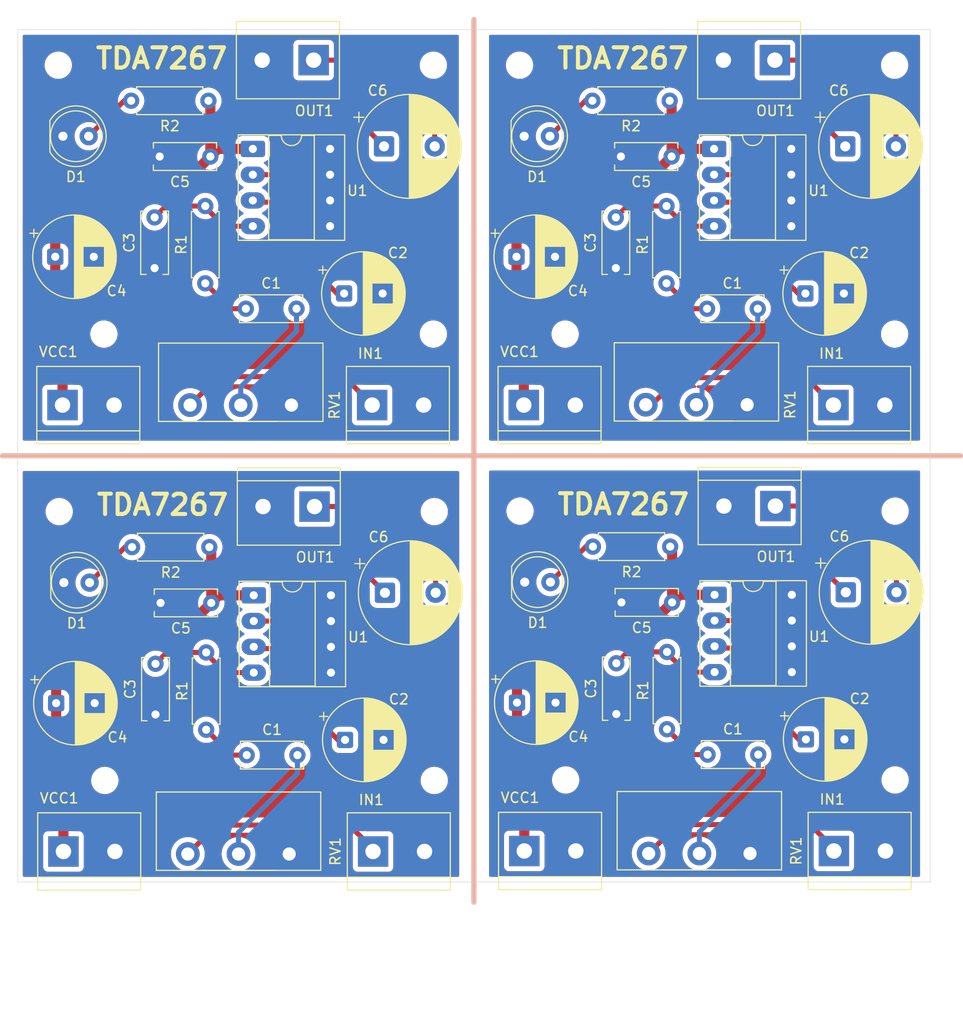
<source format=kicad_pcb>
(kicad_pcb (version 20241229) (generator "pcbnew") (generator_version "9.0")
  (layers (0 "F.Cu" signal) (2 "B.Cu" signal) (13 "F.Paste" user) (15 "B.Paste" user) (5 "F.SilkS" user "F.Silkscreen") (7 "B.SilkS" user "B.Silkscreen") (1 "F.Mask" user) (3 "B.Mask" user) (25 "Edge.Cuts" user))
  (net 0 "")
  (net 1 "Net-(C1-Pad2)")
  (net 2 "Net-(C1-Pad1)")
  (net 3 "GND")
  (net 4 "Net-(U1-SRV)")
  (net 5 "Net-(U1-In)")
  (net 6 "Net-(U1-V+)")
  (net 7 "Net-(U1-Out)")
  (net 8 "Net-(OUT1-Pin_1)")
  (net 9 "Net-(D1-A)")
  (net 10 "Net-(IN1-Pin_1)")
  (footprint "Capacitor_THT:C_Disc_D6.0mm_W2.5mm_P5.00mm" (layer "F.Cu") (at 113.089408 127.5 90)
    (property "Reference" "C3" (at 2.5 -2.5 90) (layer "F.SilkS"))
    (property "Value" "470pF")
    (pad "1" thru_hole circle (at 0 0 90) (size 1.6 1.6) (drill 0.8) (layers "*.Cu" "*.Mask") (net 3 "GND"))
    (pad "2" thru_hole circle (at 5 0 90) (size 1.6 1.6) (drill 0.8) (layers "*.Cu" "*.Mask") (net 5 "Net-(U1-In)"))
  )
  (footprint "TerminalBlock:TerminalBlock_bornier-2_P5.08mm" (layer "F.Cu") (at 134.549408 141)
    (property "Reference" "IN1" (at -0.17 -5.08 0) (layer "F.SilkS"))
    (property "Value" "Conn_01x02_Pin")
    (pad "1" thru_hole rect (at 0 0) (size 3 3) (drill 1.52) (layers "*.Cu" "*.Mask") (net 10 "Net-(IN1-Pin_1)"))
    (pad "2" thru_hole circle (at 5.08 0) (size 3 3) (drill 1.52) (layers "*.Cu" "*.Mask") (net 3 "GND"))
  )
  (footprint "Capacitor_THT:CP_Radial_D8.0mm_P3.80mm" (layer "F.Cu") (at 103.289408 126.38)
    (property "Reference" "C4" (at 6.05 3.37 0) (layer "F.SilkS"))
    (property "Value" "100uF")
    (pad "1" thru_hole roundrect (at 0 0) (size 1.6 1.6) (drill 0.8) (layers "*.Cu" "*.Mask") (roundrect_rratio 0.15625) (net 6 "Net-(U1-V+)"))
    (pad "2" thru_hole circle (at 3.8 0) (size 1.6 1.6) (drill 0.8) (layers "*.Cu" "*.Mask") (net 3 "GND"))
  )
  (footprint "TerminalBlock:TerminalBlock_bornier-2_P5.08mm" (layer "F.Cu") (at 104.009408 141)
    (property "Reference" "VCC1" (at -0.42 -5.25 0) (layer "F.SilkS"))
    (property "Value" "Conn_01x02_Pin")
    (pad "1" thru_hole rect (at 0 0) (size 3 3) (drill 1.52) (layers "*.Cu" "*.Mask") (net 6 "Net-(U1-V+)"))
    (pad "2" thru_hole circle (at 5.08 0) (size 3 3) (drill 1.52) (layers "*.Cu" "*.Mask") (net 3 "GND"))
  )
  (footprint "TerminalBlock:TerminalBlock_bornier-2_P5.08mm" (layer "F.Cu") (at 128.69 63 180)
    (property "Reference" "OUT1" (at -0.06 -5 0) (layer "F.SilkS"))
    (property "Value" "Conn_01x02_Pin")
    (pad "1" thru_hole rect (at 0 0 180) (size 3 3) (drill 1.52) (layers "*.Cu" "*.Mask") (net 8 "Net-(OUT1-Pin_1)"))
    (pad "2" thru_hole circle (at 5.08 0 180) (size 3 3) (drill 1.52) (layers "*.Cu" "*.Mask") (net 3 "GND"))
  )
  (footprint "Capacitor_THT:C_Disc_D6.0mm_W2.5mm_P5.00mm" (layer "F.Cu") (at 172.5 87.5 180)
    (property "Reference" "C1" (at 2.5 2.5 0) (layer "F.SilkS"))
    (property "Value" "1uF")
    (pad "1" thru_hole circle (at 0 0 180) (size 1.6 1.6) (drill 0.8) (layers "*.Cu" "*.Mask") (net 2 "Net-(C1-Pad1)"))
    (pad "2" thru_hole circle (at 5 0 180) (size 1.6 1.6) (drill 0.8) (layers "*.Cu" "*.Mask") (net 1 "Net-(C1-Pad2)"))
  )
  (footprint "TerminalBlock:TerminalBlock_bornier-2_P5.08mm" (layer "F.Cu") (at 149.42 97)
    (property "Reference" "VCC1" (at -0.42 -5.25 0) (layer "F.SilkS"))
    (property "Value" "Conn_01x02_Pin")
    (pad "1" thru_hole rect (at 0 0) (size 3 3) (drill 1.52) (layers "*.Cu" "*.Mask") (net 6 "Net-(U1-V+)"))
    (pad "2" thru_hole circle (at 5.08 0) (size 3 3) (drill 1.52) (layers "*.Cu" "*.Mask") (net 3 "GND"))
  )
  (footprint "Potentiometer_THT:Potentiometer_Piher_T-16H_Single_Horizontal" (layer "F.Cu") (at 116.27711 141.25 -90)
    (property "Reference" "RV1" (at -0.25 -14.562298 90) (layer "F.SilkS"))
    (property "Value" "R_Potentiometer")
    (pad "1" thru_hole circle (at 0 0 270) (size 2.34 2.34) (drill 1.3) (layers "*.Cu" "*.Mask") (net 10 "Net-(IN1-Pin_1)"))
    (pad "2" thru_hole circle (at 0 -5 270) (size 2.34 2.34) (drill 1.3) (layers "*.Cu" "*.Mask") (net 2 "Net-(C1-Pad1)"))
    (pad "3" thru_hole circle (at 0 -10 270) (size 2.34 2.34) (drill 1.3) (layers "*.Cu" "*.Mask") (net 3 "GND"))
  )
  (footprint "LED_THT:LED_D5.0mm" (layer "F.Cu") (at 149.46 70.5)
    (property "Reference" "D1" (at 1.27 4 0) (layer "F.SilkS"))
    (property "Value" "LED")
    (pad "1" thru_hole rect (at 0 0) (size 1.8 1.8) (drill 0.9) (layers "*.Cu" "*.Mask") (net 3 "GND"))
    (pad "2" thru_hole circle (at 2.54 0) (size 1.8 1.8) (drill 0.9) (layers "*.Cu" "*.Mask") (net 9 "Net-(D1-A)"))
  )
  (footprint "TerminalBlock:TerminalBlock_bornier-2_P5.08mm" (layer "F.Cu") (at 180.01 140.95)
    (property "Reference" "IN1" (at -0.17 -5.08 0) (layer "F.SilkS"))
    (property "Value" "Conn_01x02_Pin")
    (pad "1" thru_hole rect (at 0 0) (size 3 3) (drill 1.52) (layers "*.Cu" "*.Mask") (net 10 "Net-(IN1-Pin_1)"))
    (pad "2" thru_hole circle (at 5.08 0) (size 3 3) (drill 1.52) (layers "*.Cu" "*.Mask") (net 3 "GND"))
  )
  (footprint "Capacitor_THT:CP_Radial_D8.0mm_P3.80mm" (layer "F.Cu") (at 148.75 126.33)
    (property "Reference" "C4" (at 6.05 3.37 0) (layer "F.SilkS"))
    (property "Value" "100uF")
    (pad "1" thru_hole roundrect (at 0 0) (size 1.6 1.6) (drill 0.8) (layers "*.Cu" "*.Mask") (roundrect_rratio 0.15625) (net 6 "Net-(U1-V+)"))
    (pad "2" thru_hole circle (at 3.8 0) (size 1.6 1.6) (drill 0.8) (layers "*.Cu" "*.Mask") (net 3 "GND"))
  )
  (footprint "TerminalBlock:TerminalBlock_bornier-2_P5.08mm" (layer "F.Cu") (at 103.92 97)
    (property "Reference" "VCC1" (at -0.42 -5.25 0) (layer "F.SilkS"))
    (property "Value" "Conn_01x02_Pin")
    (pad "1" thru_hole rect (at 0 0) (size 3 3) (drill 1.52) (layers "*.Cu" "*.Mask") (net 6 "Net-(U1-V+)"))
    (pad "2" thru_hole circle (at 5.08 0) (size 3 3) (drill 1.52) (layers "*.Cu" "*.Mask") (net 3 "GND"))
  )
  (footprint "Resistor_THT:R_Axial_DIN0207_L6.3mm_D2.5mm_P7.62mm_Horizontal" (layer "F.Cu") (at 110.779408 111)
    (property "Reference" "R2" (at 3.81 2.5 0) (layer "F.SilkS"))
    (property "Value" "1K")
    (pad "1" thru_hole circle (at 0 0) (size 1.6 1.6) (drill 0.8) (layers "*.Cu" "*.Mask") (net 9 "Net-(D1-A)"))
    (pad "2" thru_hole circle (at 7.62 0) (size 1.6 1.6) (drill 0.8) (layers "*.Cu" "*.Mask") (net 6 "Net-(U1-V+)"))
  )
  (footprint "Resistor_THT:R_Axial_DIN0207_L6.3mm_D2.5mm_P7.62mm_Horizontal" (layer "F.Cu") (at 118.089408 129 90)
    (property "Reference" "R1" (at 3.81 -2.37 90) (layer "F.SilkS"))
    (property "Value" "1K")
    (pad "1" thru_hole circle (at 0 0 90) (size 1.6 1.6) (drill 0.8) (layers "*.Cu" "*.Mask") (net 1 "Net-(C1-Pad2)"))
    (pad "2" thru_hole circle (at 7.62 0 90) (size 1.6 1.6) (drill 0.8) (layers "*.Cu" "*.Mask") (net 5 "Net-(U1-In)"))
  )
  (footprint "TerminalBlock:TerminalBlock_bornier-2_P5.08mm" (layer "F.Cu") (at 179.96 97)
    (property "Reference" "IN1" (at -0.17 -5.08 0) (layer "F.SilkS"))
    (property "Value" "Conn_01x02_Pin")
    (pad "1" thru_hole rect (at 0 0) (size 3 3) (drill 1.52) (layers "*.Cu" "*.Mask") (net 10 "Net-(IN1-Pin_1)"))
    (pad "2" thru_hole circle (at 5.08 0) (size 3 3) (drill 1.52) (layers "*.Cu" "*.Mask") (net 3 "GND"))
  )
  (footprint "MountingHole:MountingHole_2.2mm_M2" (layer "F.Cu") (at 108 90)
    (property "Reference" "H3" (hide yes))
    (property "Value" "MountingHole")
    (pad "" np_thru_hole circle (at 0 0) (size 2.2 2.2) (drill 2.2) (layers "*.Cu" "*.Mask"))
  )
  (footprint "TerminalBlock:TerminalBlock_bornier-2_P5.08mm" (layer "F.Cu") (at 174.24 106.95 180)
    (property "Reference" "OUT1" (at -0.06 -5 0) (layer "F.SilkS"))
    (property "Value" "Conn_01x02_Pin")
    (pad "1" thru_hole rect (at 0 0 180) (size 3 3) (drill 1.52) (layers "*.Cu" "*.Mask") (net 8 "Net-(OUT1-Pin_1)"))
    (pad "2" thru_hole circle (at 5.08 0 180) (size 3 3) (drill 1.52) (layers "*.Cu" "*.Mask") (net 3 "GND"))
  )
  (footprint "Package_DIP:DIP-8_W7.62mm_Socket_LongPads" (layer "F.Cu") (at 122.779408 115.75)
    (property "Reference" "U1" (at 10.31 4.12 0) (layer "F.SilkS"))
    (property "Value" "TDA7267")
    (pad "1" thru_hole roundrect (at 0 0) (size 2.4 1.6) (drill 0.8) (layers "*.Cu" "*.Mask") (roundrect_rratio 0.15625) (net 6 "Net-(U1-V+)"))
    (pad "2" thru_hole oval (at 0 2.54) (size 2.4 1.6) (drill 0.8) (layers "*.Cu" "*.Mask") (net 7 "Net-(U1-Out)"))
    (pad "3" thru_hole oval (at 0 5.08) (size 2.4 1.6) (drill 0.8) (layers "*.Cu" "*.Mask") (net 4 "Net-(U1-SRV)"))
    (pad "4" thru_hole oval (at 0 7.62) (size 2.4 1.6) (drill 0.8) (layers "*.Cu" "*.Mask") (net 5 "Net-(U1-In)"))
    (pad "5" thru_hole oval (at 7.62 7.62) (size 2.4 1.6) (drill 0.8) (layers "*.Cu" "*.Mask") (net 3 "GND"))
    (pad "6" thru_hole oval (at 7.62 5.08) (size 2.4 1.6) (drill 0.8) (layers "*.Cu" "*.Mask") (net 3 "GND"))
    (pad "7" thru_hole oval (at 7.62 2.54) (size 2.4 1.6) (drill 0.8) (layers "*.Cu" "*.Mask") (net 3 "GND"))
    (pad "8" thru_hole oval (at 7.62 0) (size 2.4 1.6) (drill 0.8) (layers "*.Cu" "*.Mask") (net 3 "GND"))
  )
  (footprint "Capacitor_THT:CP_Radial_D10.0mm_P5.00mm" (layer "F.Cu") (at 181.132323 71.5)
    (property "Reference" "C6" (at -0.632323 -5.5 0) (layer "F.SilkS"))
    (property "Value" "1000uF")
    (pad "1" thru_hole roundrect (at 0 0) (size 2 2) (drill 1) (layers "*.Cu" "*.Mask") (roundrect_rratio 0.125) (net 7 "Net-(U1-Out)"))
    (pad "2" thru_hole circle (at 5 0) (size 2 2) (drill 1) (layers "*.Cu" "*.Mask") (net 8 "Net-(OUT1-Pin_1)"))
  )
  (footprint "Resistor_THT:R_Axial_DIN0207_L6.3mm_D2.5mm_P7.62mm_Horizontal" (layer "F.Cu") (at 156.19 67)
    (property "Reference" "R2" (at 3.81 2.5 0) (layer "F.SilkS"))
    (property "Value" "1K")
    (pad "1" thru_hole circle (at 0 0) (size 1.6 1.6) (drill 0.8) (layers "*.Cu" "*.Mask") (net 9 "Net-(D1-A)"))
    (pad "2" thru_hole circle (at 7.62 0) (size 1.6 1.6) (drill 0.8) (layers "*.Cu" "*.Mask") (net 6 "Net-(U1-V+)"))
  )
  (footprint "MountingHole:MountingHole_2.2mm_M2" (layer "F.Cu") (at 149.05 107.45)
    (property "Reference" "H1" (hide yes))
    (property "Value" "MountingHole")
    (pad "" np_thru_hole circle (at 0 0) (size 2.2 2.2) (drill 2.2) (layers "*.Cu" "*.Mask"))
  )
  (footprint "LED_THT:LED_D5.0mm" (layer "F.Cu") (at 104.049408 114.5)
    (property "Reference" "D1" (at 1.27 4 0) (layer "F.SilkS"))
    (property "Value" "LED")
    (pad "1" thru_hole rect (at 0 0) (size 1.8 1.8) (drill 0.9) (layers "*.Cu" "*.Mask") (net 3 "GND"))
    (pad "2" thru_hole circle (at 2.54 0) (size 1.8 1.8) (drill 0.9) (layers "*.Cu" "*.Mask") (net 9 "Net-(D1-A)"))
  )
  (footprint "Capacitor_THT:C_Disc_D6.0mm_W2.5mm_P5.00mm" (layer "F.Cu") (at 158.5 83.5 90)
    (property "Reference" "C3" (at 2.5 -2.5 90) (layer "F.SilkS"))
    (property "Value" "470pF")
    (pad "1" thru_hole circle (at 0 0 90) (size 1.6 1.6) (drill 0.8) (layers "*.Cu" "*.Mask") (net 3 "GND"))
    (pad "2" thru_hole circle (at 5 0 90) (size 1.6 1.6) (drill 0.8) (layers "*.Cu" "*.Mask") (net 5 "Net-(U1-In)"))
  )
  (footprint "MountingHole:MountingHole_2.2mm_M2" (layer "F.Cu") (at 153.5 90)
    (property "Reference" "H3" (hide yes))
    (property "Value" "MountingHole")
    (pad "" np_thru_hole circle (at 0 0) (size 2.2 2.2) (drill 2.2) (layers "*.Cu" "*.Mask"))
  )
  (footprint "MountingHole:MountingHole_2.2mm_M2" (layer "F.Cu") (at 108.089408 134)
    (property "Reference" "H3" (hide yes))
    (property "Value" "MountingHole")
    (pad "" np_thru_hole circle (at 0 0) (size 2.2 2.2) (drill 2.2) (layers "*.Cu" "*.Mask"))
  )
  (footprint "MountingHole:MountingHole_2.2mm_M2" (layer "F.Cu") (at 103.589408 107.5)
    (property "Reference" "H1" (hide yes))
    (property "Value" "MountingHole")
    (pad "" np_thru_hole circle (at 0 0) (size 2.2 2.2) (drill 2.2) (layers "*.Cu" "*.Mask"))
  )
  (footprint "MountingHole:MountingHole_2.2mm_M2" (layer "F.Cu") (at 186 63.5)
    (property "Reference" "H2" (hide yes))
    (property "Value" "MountingHole")
    (pad "" np_thru_hole circle (at 0 0) (size 2.2 2.2) (drill 2.2) (layers "*.Cu" "*.Mask"))
  )
  (footprint "MountingHole:MountingHole_2.2mm_M2" (layer "F.Cu") (at 149 63.5)
    (property "Reference" "H1" (hide yes))
    (property "Value" "MountingHole")
    (pad "" np_thru_hole circle (at 0 0) (size 2.2 2.2) (drill 2.2) (layers "*.Cu" "*.Mask"))
  )
  (footprint "MountingHole:MountingHole_2.2mm_M2" (layer "F.Cu") (at 140.589408 107.5)
    (property "Reference" "H2" (hide yes))
    (property "Value" "MountingHole")
    (pad "" np_thru_hole circle (at 0 0) (size 2.2 2.2) (drill 2.2) (layers "*.Cu" "*.Mask"))
  )
  (footprint "Resistor_THT:R_Axial_DIN0207_L6.3mm_D2.5mm_P7.62mm_Horizontal" (layer "F.Cu") (at 163.55 128.95 90)
    (property "Reference" "R1" (at 3.81 -2.37 90) (layer "F.SilkS"))
    (property "Value" "1K")
    (pad "1" thru_hole circle (at 0 0 90) (size 1.6 1.6) (drill 0.8) (layers "*.Cu" "*.Mask") (net 1 "Net-(C1-Pad2)"))
    (pad "2" thru_hole circle (at 7.62 0 90) (size 1.6 1.6) (drill 0.8) (layers "*.Cu" "*.Mask") (net 5 "Net-(U1-In)"))
  )
  (footprint "Resistor_THT:R_Axial_DIN0207_L6.3mm_D2.5mm_P7.62mm_Horizontal" (layer "F.Cu") (at 163.5 85 90)
    (property "Reference" "R1" (at 3.81 -2.37 90) (layer "F.SilkS"))
    (property "Value" "1K")
    (pad "1" thru_hole circle (at 0 0 90) (size 1.6 1.6) (drill 0.8) (layers "*.Cu" "*.Mask") (net 1 "Net-(C1-Pad2)"))
    (pad "2" thru_hole circle (at 7.62 0 90) (size 1.6 1.6) (drill 0.8) (layers "*.Cu" "*.Mask") (net 5 "Net-(U1-In)"))
  )
  (footprint "Potentiometer_THT:Potentiometer_Piher_T-16H_Single_Horizontal" (layer "F.Cu") (at 116.5 97 -90)
    (property "Reference" "RV1" (at 0 -14.25 90) (layer "F.SilkS"))
    (property "Value" "R_Potentiometer")
    (pad "1" thru_hole circle (at 0 0 270) (size 2.34 2.34) (drill 1.3) (layers "*.Cu" "*.Mask") (net 10 "Net-(IN1-Pin_1)"))
    (pad "2" thru_hole circle (at 0 -5 270) (size 2.34 2.34) (drill 1.3) (layers "*.Cu" "*.Mask") (net 2 "Net-(C1-Pad1)"))
    (pad "3" thru_hole circle (at 0 -10 270) (size 2.34 2.34) (drill 1.3) (layers "*.Cu" "*.Mask") (net 3 "GND"))
  )
  (footprint "Capacitor_THT:CP_Radial_D8.0mm_P3.80mm" (layer "F.Cu") (at 177.247349 129.95)
    (property "Reference" "C2" (at 5.302651 -4 0) (layer "F.SilkS"))
    (property "Value" "47uF")
    (pad "1" thru_hole roundrect (at 0 0) (size 1.6 1.6) (drill 0.8) (layers "*.Cu" "*.Mask") (roundrect_rratio 0.15625) (net 4 "Net-(U1-SRV)"))
    (pad "2" thru_hole circle (at 3.8 0) (size 1.6 1.6) (drill 0.8) (layers "*.Cu" "*.Mask") (net 3 "GND"))
  )
  (footprint "Package_DIP:DIP-8_W7.62mm_Socket_LongPads" (layer "F.Cu") (at 168.19 71.75)
    (property "Reference" "U1" (at 10.31 4.12 0) (layer "F.SilkS"))
    (property "Value" "TDA7267")
    (pad "1" thru_hole roundrect (at 0 0) (size 2.4 1.6) (drill 0.8) (layers "*.Cu" "*.Mask") (roundrect_rratio 0.15625) (net 6 "Net-(U1-V+)"))
    (pad "2" thru_hole oval (at 0 2.54) (size 2.4 1.6) (drill 0.8) (layers "*.Cu" "*.Mask") (net 7 "Net-(U1-Out)"))
    (pad "3" thru_hole oval (at 0 5.08) (size 2.4 1.6) (drill 0.8) (layers "*.Cu" "*.Mask") (net 4 "Net-(U1-SRV)"))
    (pad "4" thru_hole oval (at 0 7.62) (size 2.4 1.6) (drill 0.8) (layers "*.Cu" "*.Mask") (net 5 "Net-(U1-In)"))
    (pad "5" thru_hole oval (at 7.62 7.62) (size 2.4 1.6) (drill 0.8) (layers "*.Cu" "*.Mask") (net 3 "GND"))
    (pad "6" thru_hole oval (at 7.62 5.08) (size 2.4 1.6) (drill 0.8) (layers "*.Cu" "*.Mask") (net 3 "GND"))
    (pad "7" thru_hole oval (at 7.62 2.54) (size 2.4 1.6) (drill 0.8) (layers "*.Cu" "*.Mask") (net 3 "GND"))
    (pad "8" thru_hole oval (at 7.62 0) (size 2.4 1.6) (drill 0.8) (layers "*.Cu" "*.Mask") (net 3 "GND"))
  )
  (footprint "TerminalBlock:TerminalBlock_bornier-2_P5.08mm" (layer "F.Cu") (at 174.19 63 180)
    (property "Reference" "OUT1" (at -0.06 -5 0) (layer "F.SilkS"))
    (property "Value" "Conn_01x02_Pin")
    (pad "1" thru_hole rect (at 0 0 180) (size 3 3) (drill 1.52) (layers "*.Cu" "*.Mask") (net 8 "Net-(OUT1-Pin_1)"))
    (pad "2" thru_hole circle (at 5.08 0 180) (size 3 3) (drill 1.52) (layers "*.Cu" "*.Mask") (net 3 "GND"))
  )
  (footprint "Capacitor_THT:C_Disc_D6.0mm_W2.5mm_P5.00mm" (layer "F.Cu") (at 113.5 72.5)
    (property "Reference" "C5" (at 2 2.5 0) (layer "F.SilkS"))
    (property "Value" "100nF")
    (pad "1" thru_hole circle (at 0 0) (size 1.6 1.6) (drill 0.8) (layers "*.Cu" "*.Mask") (net 3 "GND"))
    (pad "2" thru_hole circle (at 5 0) (size 1.6 1.6) (drill 0.8) (layers "*.Cu" "*.Mask") (net 6 "Net-(U1-V+)"))
  )
  (footprint "LED_THT:LED_D5.0mm" (layer "F.Cu") (at 149.51 114.45)
    (property "Reference" "D1" (at 1.27 4 0) (layer "F.SilkS"))
    (property "Value" "LED")
    (pad "1" thru_hole rect (at 0 0) (size 1.8 1.8) (drill 0.9) (layers "*.Cu" "*.Mask") (net 3 "GND"))
    (pad "2" thru_hole circle (at 2.54 0) (size 1.8 1.8) (drill 0.9) (layers "*.Cu" "*.Mask") (net 9 "Net-(D1-A)"))
  )
  (footprint "Capacitor_THT:C_Disc_D6.0mm_W2.5mm_P5.00mm" (layer "F.Cu") (at 158.55 127.45 90)
    (property "Reference" "C3" (at 2.5 -2.5 90) (layer "F.SilkS"))
    (property "Value" "470pF")
    (pad "1" thru_hole circle (at 0 0 90) (size 1.6 1.6) (drill 0.8) (layers "*.Cu" "*.Mask") (net 3 "GND"))
    (pad "2" thru_hole circle (at 5 0 90) (size 1.6 1.6) (drill 0.8) (layers "*.Cu" "*.Mask") (net 5 "Net-(U1-In)"))
  )
  (footprint "MountingHole:MountingHole_2.2mm_M2" (layer "F.Cu") (at 103.5 63.5)
    (property "Reference" "H1" (hide yes))
    (property "Value" "MountingHole")
    (pad "" np_thru_hole circle (at 0 0) (size 2.2 2.2) (drill 2.2) (layers "*.Cu" "*.Mask"))
  )
  (footprint "Capacitor_THT:CP_Radial_D10.0mm_P5.00mm" (layer "F.Cu") (at 135.721731 115.5)
    (property "Reference" "C6" (at -0.632323 -5.5 0) (layer "F.SilkS"))
    (property "Value" "1000uF")
    (pad "1" thru_hole roundrect (at 0 0) (size 2 2) (drill 1) (layers "*.Cu" "*.Mask") (roundrect_rratio 0.125) (net 7 "Net-(U1-Out)"))
    (pad "2" thru_hole circle (at 5 0) (size 2 2) (drill 1) (layers "*.Cu" "*.Mask") (net 8 "Net-(OUT1-Pin_1)"))
  )
  (footprint "Capacitor_THT:C_Disc_D6.0mm_W2.5mm_P5.00mm" (layer "F.Cu") (at 159 72.5)
    (property "Reference" "C5" (at 2 2.5 0) (layer "F.SilkS"))
    (property "Value" "100nF")
    (pad "1" thru_hole circle (at 0 0) (size 1.6 1.6) (drill 0.8) (layers "*.Cu" "*.Mask") (net 3 "GND"))
    (pad "2" thru_hole circle (at 5 0) (size 1.6 1.6) (drill 0.8) (layers "*.Cu" "*.Mask") (net 6 "Net-(U1-V+)"))
  )
  (footprint "MountingHole:MountingHole_2.2mm_M2" (layer "F.Cu") (at 140.5 63.5)
    (property "Reference" "H2" (hide yes))
    (property "Value" "MountingHole")
    (pad "" np_thru_hole circle (at 0 0) (size 2.2 2.2) (drill 2.2) (layers "*.Cu" "*.Mask"))
  )
  (footprint "Capacitor_THT:CP_Radial_D8.0mm_P3.80mm" (layer "F.Cu") (at 131.697349 86)
    (property "Reference" "C2" (at 5.302651 -4 0) (layer "F.SilkS"))
    (property "Value" "47uF")
    (pad "1" thru_hole roundrect (at 0 0) (size 1.6 1.6) (drill 0.8) (layers "*.Cu" "*.Mask") (roundrect_rratio 0.15625) (net 4 "Net-(U1-SRV)"))
    (pad "2" thru_hole circle (at 3.8 0) (size 1.6 1.6) (drill 0.8) (layers "*.Cu" "*.Mask") (net 3 "GND"))
  )
  (footprint "Capacitor_THT:CP_Radial_D8.0mm_P3.80mm" (layer "F.Cu") (at 177.197349 86)
    (property "Reference" "C2" (at 5.302651 -4 0) (layer "F.SilkS"))
    (property "Value" "47uF")
    (pad "1" thru_hole roundrect (at 0 0) (size 1.6 1.6) (drill 0.8) (layers "*.Cu" "*.Mask") (roundrect_rratio 0.15625) (net 4 "Net-(U1-SRV)"))
    (pad "2" thru_hole circle (at 3.8 0) (size 1.6 1.6) (drill 0.8) (layers "*.Cu" "*.Mask") (net 3 "GND"))
  )
  (footprint "TerminalBlock:TerminalBlock_bornier-2_P5.08mm" (layer "F.Cu") (at 128.779408 107 180)
    (property "Reference" "OUT1" (at -0.06 -5 0) (layer "F.SilkS"))
    (property "Value" "Conn_01x02_Pin")
    (pad "1" thru_hole rect (at 0 0 180) (size 3 3) (drill 1.52) (layers "*.Cu" "*.Mask") (net 8 "Net-(OUT1-Pin_1)"))
    (pad "2" thru_hole circle (at 5.08 0 180) (size 3 3) (drill 1.52) (layers "*.Cu" "*.Mask") (net 3 "GND"))
  )
  (footprint "Resistor_THT:R_Axial_DIN0207_L6.3mm_D2.5mm_P7.62mm_Horizontal" (layer "F.Cu") (at 118 85 90)
    (property "Reference" "R1" (at 3.81 -2.37 90) (layer "F.SilkS"))
    (property "Value" "1K")
    (pad "1" thru_hole circle (at 0 0 90) (size 1.6 1.6) (drill 0.8) (layers "*.Cu" "*.Mask") (net 1 "Net-(C1-Pad2)"))
    (pad "2" thru_hole circle (at 7.62 0 90) (size 1.6 1.6) (drill 0.8) (layers "*.Cu" "*.Mask") (net 5 "Net-(U1-In)"))
  )
  (footprint "TerminalBlock:TerminalBlock_bornier-2_P5.08mm" (layer "F.Cu") (at 134.46 97)
    (property "Reference" "IN1" (at -0.17 -5.08 0) (layer "F.SilkS"))
    (property "Value" "Conn_01x02_Pin")
    (pad "1" thru_hole rect (at 0 0) (size 3 3) (drill 1.52) (layers "*.Cu" "*.Mask") (net 10 "Net-(IN1-Pin_1)"))
    (pad "2" thru_hole circle (at 5.08 0) (size 3 3) (drill 1.52) (layers "*.Cu" "*.Mask") (net 3 "GND"))
  )
  (footprint "Package_DIP:DIP-8_W7.62mm_Socket_LongPads" (layer "F.Cu") (at 122.69 71.75)
    (property "Reference" "U1" (at 10.31 4.12 0) (layer "F.SilkS"))
    (property "Value" "TDA7267")
    (pad "1" thru_hole roundrect (at 0 0) (size 2.4 1.6) (drill 0.8) (layers "*.Cu" "*.Mask") (roundrect_rratio 0.15625) (net 6 "Net-(U1-V+)"))
    (pad "2" thru_hole oval (at 0 2.54) (size 2.4 1.6) (drill 0.8) (layers "*.Cu" "*.Mask") (net 7 "Net-(U1-Out)"))
    (pad "3" thru_hole oval (at 0 5.08) (size 2.4 1.6) (drill 0.8) (layers "*.Cu" "*.Mask") (net 4 "Net-(U1-SRV)"))
    (pad "4" thru_hole oval (at 0 7.62) (size 2.4 1.6) (drill 0.8) (layers "*.Cu" "*.Mask") (net 5 "Net-(U1-In)"))
    (pad "5" thru_hole oval (at 7.62 7.62) (size 2.4 1.6) (drill 0.8) (layers "*.Cu" "*.Mask") (net 3 "GND"))
    (pad "6" thru_hole oval (at 7.62 5.08) (size 2.4 1.6) (drill 0.8) (layers "*.Cu" "*.Mask") (net 3 "GND"))
    (pad "7" thru_hole oval (at 7.62 2.54) (size 2.4 1.6) (drill 0.8) (layers "*.Cu" "*.Mask") (net 3 "GND"))
    (pad "8" thru_hole oval (at 7.62 0) (size 2.4 1.6) (drill 0.8) (layers "*.Cu" "*.Mask") (net 3 "GND"))
  )
  (footprint "MountingHole:MountingHole_2.2mm_M2" (layer "F.Cu") (at 186.05 133.95)
    (property "Reference" "H4" (hide yes))
    (property "Value" "MountingHole")
    (pad "" np_thru_hole circle (at 0 0) (size 2.2 2.2) (drill 2.2) (layers "*.Cu" "*.Mask"))
  )
  (footprint "TerminalBlock:TerminalBlock_bornier-2_P5.08mm" (layer "F.Cu") (at 149.47 140.95)
    (property "Reference" "VCC1" (at -0.42 -5.25 0) (layer "F.SilkS"))
    (property "Value" "Conn_01x02_Pin")
    (pad "1" thru_hole rect (at 0 0) (size 3 3) (drill 1.52) (layers "*.Cu" "*.Mask") (net 6 "Net-(U1-V+)"))
    (pad "2" thru_hole circle (at 5.08 0) (size 3 3) (drill 1.52) (layers "*.Cu" "*.Mask") (net 3 "GND"))
  )
  (footprint "MountingHole:MountingHole_2.2mm_M2" (layer "F.Cu") (at 186 90)
    (property "Reference" "H4" (hide yes))
    (property "Value" "MountingHole")
    (pad "" np_thru_hole circle (at 0 0) (size 2.2 2.2) (drill 2.2) (layers "*.Cu" "*.Mask"))
  )
  (footprint "Capacitor_THT:C_Disc_D6.0mm_W2.5mm_P5.00mm" (layer "F.Cu") (at 159.05 116.45)
    (property "Reference" "C5" (at 2 2.5 0) (layer "F.SilkS"))
    (property "Value" "100nF")
    (pad "1" thru_hole circle (at 0 0) (size 1.6 1.6) (drill 0.8) (layers "*.Cu" "*.Mask") (net 3 "GND"))
    (pad "2" thru_hole circle (at 5 0) (size 1.6 1.6) (drill 0.8) (layers "*.Cu" "*.Mask") (net 6 "Net-(U1-V+)"))
  )
  (footprint "Capacitor_THT:C_Disc_D6.0mm_W2.5mm_P5.00mm" (layer "F.Cu") (at 127.089408 131.5 180)
    (property "Reference" "C1" (at 2.5 2.5 0) (layer "F.SilkS"))
    (property "Value" "1uF")
    (pad "1" thru_hole circle (at 0 0 180) (size 1.6 1.6) (drill 0.8) (layers "*.Cu" "*.Mask") (net 2 "Net-(C1-Pad1)"))
    (pad "2" thru_hole circle (at 5 0 180) (size 1.6 1.6) (drill 0.8) (layers "*.Cu" "*.Mask") (net 1 "Net-(C1-Pad2)"))
  )
  (footprint "Resistor_THT:R_Axial_DIN0207_L6.3mm_D2.5mm_P7.62mm_Horizontal" (layer "F.Cu") (at 156.24 110.95)
    (property "Reference" "R2" (at 3.81 2.5 0) (layer "F.SilkS"))
    (property "Value" "1K")
    (pad "1" thru_hole circle (at 0 0) (size 1.6 1.6) (drill 0.8) (layers "*.Cu" "*.Mask") (net 9 "Net-(D1-A)"))
    (pad "2" thru_hole circle (at 7.62 0) (size 1.6 1.6) (drill 0.8) (layers "*.Cu" "*.Mask") (net 6 "Net-(U1-V+)"))
  )
  (footprint "Capacitor_THT:CP_Radial_D10.0mm_P5.00mm" (layer "F.Cu") (at 135.632323 71.5)
    (property "Reference" "C6" (at -0.632323 -5.5 0) (layer "F.SilkS"))
    (property "Value" "1000uF")
    (pad "1" thru_hole roundrect (at 0 0) (size 2 2) (drill 1) (layers "*.Cu" "*.Mask") (roundrect_rratio 0.125) (net 7 "Net-(U1-Out)"))
    (pad "2" thru_hole circle (at 5 0) (size 2 2) (drill 1) (layers "*.Cu" "*.Mask") (net 8 "Net-(OUT1-Pin_1)"))
  )
  (footprint "Capacitor_THT:CP_Radial_D8.0mm_P3.80mm" (layer "F.Cu") (at 148.7 82.38)
    (property "Reference" "C4" (at 6.05 3.37 0) (layer "F.SilkS"))
    (property "Value" "100uF")
    (pad "1" thru_hole roundrect (at 0 0) (size 1.6 1.6) (drill 0.8) (layers "*.Cu" "*.Mask") (roundrect_rratio 0.15625) (net 6 "Net-(U1-V+)"))
    (pad "2" thru_hole circle (at 3.8 0) (size 1.6 1.6) (drill 0.8) (layers "*.Cu" "*.Mask") (net 3 "GND"))
  )
  (footprint "Capacitor_THT:CP_Radial_D8.0mm_P3.80mm" (layer "F.Cu") (at 103.2 82.38)
    (property "Reference" "C4" (at 6.05 3.37 0) (layer "F.SilkS"))
    (property "Value" "100uF")
    (pad "1" thru_hole roundrect (at 0 0) (size 1.6 1.6) (drill 0.8) (layers "*.Cu" "*.Mask") (roundrect_rratio 0.15625) (net 6 "Net-(U1-V+)"))
    (pad "2" thru_hole circle (at 3.8 0) (size 1.6 1.6) (drill 0.8) (layers "*.Cu" "*.Mask") (net 3 "GND"))
  )
  (footprint "Capacitor_THT:C_Disc_D6.0mm_W2.5mm_P5.00mm" (layer "F.Cu") (at 113 83.5 90)
    (property "Reference" "C3" (at 2.5 -2.5 90) (layer "F.SilkS"))
    (property "Value" "470pF")
    (pad "1" thru_hole circle (at 0 0 90) (size 1.6 1.6) (drill 0.8) (layers "*.Cu" "*.Mask") (net 3 "GND"))
    (pad "2" thru_hole circle (at 5 0 90) (size 1.6 1.6) (drill 0.8) (layers "*.Cu" "*.Mask") (net 5 "Net-(U1-In)"))
  )
  (footprint "Resistor_THT:R_Axial_DIN0207_L6.3mm_D2.5mm_P7.62mm_Horizontal" (layer "F.Cu") (at 110.69 67)
    (property "Reference" "R2" (at 3.81 2.5 0) (layer "F.SilkS"))
    (property "Value" "1K")
    (pad "1" thru_hole circle (at 0 0) (size 1.6 1.6) (drill 0.8) (layers "*.Cu" "*.Mask") (net 9 "Net-(D1-A)"))
    (pad "2" thru_hole circle (at 7.62 0) (size 1.6 1.6) (drill 0.8) (layers "*.Cu" "*.Mask") (net 6 "Net-(U1-V+)"))
  )
  (footprint "Package_DIP:DIP-8_W7.62mm_Socket_LongPads" (layer "F.Cu") (at 168.24 115.7)
    (property "Reference" "U1" (at 10.31 4.12 0) (layer "F.SilkS"))
    (property "Value" "TDA7267")
    (pad "1" thru_hole roundrect (at 0 0) (size 2.4 1.6) (drill 0.8) (layers "*.Cu" "*.Mask") (roundrect_rratio 0.15625) (net 6 "Net-(U1-V+)"))
    (pad "2" thru_hole oval (at 0 2.54) (size 2.4 1.6) (drill 0.8) (layers "*.Cu" "*.Mask") (net 7 "Net-(U1-Out)"))
    (pad "3" thru_hole oval (at 0 5.08) (size 2.4 1.6) (drill 0.8) (layers "*.Cu" "*.Mask") (net 4 "Net-(U1-SRV)"))
    (pad "4" thru_hole oval (at 0 7.62) (size 2.4 1.6) (drill 0.8) (layers "*.Cu" "*.Mask") (net 5 "Net-(U1-In)"))
    (pad "5" thru_hole oval (at 7.62 7.62) (size 2.4 1.6) (drill 0.8) (layers "*.Cu" "*.Mask") (net 3 "GND"))
    (pad "6" thru_hole oval (at 7.62 5.08) (size 2.4 1.6) (drill 0.8) (layers "*.Cu" "*.Mask") (net 3 "GND"))
    (pad "7" thru_hole oval (at 7.62 2.54) (size 2.4 1.6) (drill 0.8) (layers "*.Cu" "*.Mask") (net 3 "GND"))
    (pad "8" thru_hole oval (at 7.62 0) (size 2.4 1.6) (drill 0.8) (layers "*.Cu" "*.Mask") (net 3 "GND"))
  )
  (footprint "Potentiometer_THT:Potentiometer_Piher_T-16H_Single_Horizontal" (layer "F.Cu") (at 161.45 96.966168 -90)
    (property "Reference" "RV1" (at 0 -14.25 90) (layer "F.SilkS"))
    (property "Value" "R_Potentiometer")
    (pad "1" thru_hole circle (at 0 0 270) (size 2.34 2.34) (drill 1.3) (layers "*.Cu" "*.Mask") (net 10 "Net-(IN1-Pin_1)"))
    (pad "2" thru_hole circle (at 0 -5 270) (size 2.34 2.34) (drill 1.3) (layers "*.Cu" "*.Mask") (net 2 "Net-(C1-Pad1)"))
    (pad "3" thru_hole circle (at 0 -10 270) (size 2.34 2.34) (drill 1.3) (layers "*.Cu" "*.Mask") (net 3 "GND"))
  )
  (footprint "MountingHole:MountingHole_2.2mm_M2" (layer "F.Cu") (at 186.05 107.45)
    (property "Reference" "H2" (hide yes))
    (property "Value" "MountingHole")
    (pad "" np_thru_hole circle (at 0 0) (size 2.2 2.2) (drill 2.2) (layers "*.Cu" "*.Mask"))
  )
  (footprint "Potentiometer_THT:Potentiometer_Piher_T-16H_Single_Horizontal" (layer "F.Cu") (at 161.737702 141.2 -90)
    (property "Reference" "RV1" (at -0.25 -14.562298 90) (layer "F.SilkS"))
    (property "Value" "R_Potentiometer")
    (pad "1" thru_hole circle (at 0 0 270) (size 2.34 2.34) (drill 1.3) (layers "*.Cu" "*.Mask") (net 10 "Net-(IN1-Pin_1)"))
    (pad "2" thru_hole circle (at 0 -5 270) (size 2.34 2.34) (drill 1.3) (layers "*.Cu" "*.Mask") (net 2 "Net-(C1-Pad1)"))
    (pad "3" thru_hole circle (at 0 -10 270) (size 2.34 2.34) (drill 1.3) (layers "*.Cu" "*.Mask") (net 3 "GND"))
  )
  (footprint "MountingHole:MountingHole_2.2mm_M2" (layer "F.Cu") (at 140.589408 134)
    (property "Reference" "H4" (hide yes))
    (property "Value" "MountingHole")
    (pad "" np_thru_hole circle (at 0 0) (size 2.2 2.2) (drill 2.2) (layers "*.Cu" "*.Mask"))
  )
  (footprint "Capacitor_THT:C_Disc_D6.0mm_W2.5mm_P5.00mm" (layer "F.Cu") (at 113.589408 116.5)
    (property "Reference" "C5" (at 2 2.5 0) (layer "F.SilkS"))
    (property "Value" "100nF")
    (pad "1" thru_hole circle (at 0 0) (size 1.6 1.6) (drill 0.8) (layers "*.Cu" "*.Mask") (net 3 "GND"))
    (pad "2" thru_hole circle (at 5 0) (size 1.6 1.6) (drill 0.8) (layers "*.Cu" "*.Mask") (net 6 "Net-(U1-V+)"))
  )
  (footprint "Capacitor_THT:CP_Radial_D8.0mm_P3.80mm" (layer "F.Cu") (at 131.786757 130)
    (property "Reference" "C2" (at 5.302651 -4 0) (layer "F.SilkS"))
    (property "Value" "47uF")
    (pad "1" thru_hole roundrect (at 0 0) (size 1.6 1.6) (drill 0.8) (layers "*.Cu" "*.Mask") (roundrect_rratio 0.15625) (net 4 "Net-(U1-SRV)"))
    (pad "2" thru_hole circle (at 3.8 0) (size 1.6 1.6) (drill 0.8) (layers "*.Cu" "*.Mask") (net 3 "GND"))
  )
  (footprint "LED_THT:LED_D5.0mm" (layer "F.Cu") (at 103.96 70.5)
    (property "Reference" "D1" (at 1.27 4 0) (layer "F.SilkS"))
    (property "Value" "LED")
    (pad "1" thru_hole rect (at 0 0) (size 1.8 1.8) (drill 0.9) (layers "*.Cu" "*.Mask") (net 3 "GND"))
    (pad "2" thru_hole circle (at 2.54 0) (size 1.8 1.8) (drill 0.9) (layers "*.Cu" "*.Mask") (net 9 "Net-(D1-A)"))
  )
  (footprint "Capacitor_THT:CP_Radial_D10.0mm_P5.00mm" (layer "F.Cu") (at 181.182323 115.45)
    (property "Reference" "C6" (at -0.632323 -5.5 0) (layer "F.SilkS"))
    (property "Value" "1000uF")
    (pad "1" thru_hole roundrect (at 0 0) (size 2 2) (drill 1) (layers "*.Cu" "*.Mask") (roundrect_rratio 0.125) (net 7 "Net-(U1-Out)"))
    (pad "2" thru_hole circle (at 5 0) (size 2 2) (drill 1) (layers "*.Cu" "*.Mask") (net 8 "Net-(OUT1-Pin_1)"))
  )
  (footprint "Capacitor_THT:C_Disc_D6.0mm_W2.5mm_P5.00mm" (layer "F.Cu") (at 127 87.5 180)
    (property "Reference" "C1" (at 2.5 2.5 0) (layer "F.SilkS"))
    (property "Value" "1uF")
    (pad "1" thru_hole circle (at 0 0 180) (size 1.6 1.6) (drill 0.8) (layers "*.Cu" "*.Mask") (net 2 "Net-(C1-Pad1)"))
    (pad "2" thru_hole circle (at 5 0 180) (size 1.6 1.6) (drill 0.8) (layers "*.Cu" "*.Mask") (net 1 "Net-(C1-Pad2)"))
  )
  (footprint "MountingHole:MountingHole_2.2mm_M2" (layer "F.Cu") (at 153.55 133.95)
    (property "Reference" "H3" (hide yes))
    (property "Value" "MountingHole")
    (pad "" np_thru_hole circle (at 0 0) (size 2.2 2.2) (drill 2.2) (layers "*.Cu" "*.Mask"))
  )
  (footprint "MountingHole:MountingHole_2.2mm_M2" (layer "F.Cu") (at 140.5 90)
    (property "Reference" "H4" (hide yes))
    (property "Value" "MountingHole")
    (pad "" np_thru_hole circle (at 0 0) (size 2.2 2.2) (drill 2.2) (layers "*.Cu" "*.Mask"))
  )
  (footprint "Capacitor_THT:C_Disc_D6.0mm_W2.5mm_P5.00mm" (layer "F.Cu") (at 172.55 131.45 180)
    (property "Reference" "C1" (at 2.5 2.5 0) (layer "F.SilkS"))
    (property "Value" "1uF")
    (pad "1" thru_hole circle (at 0 0 180) (size 1.6 1.6) (drill 0.8) (layers "*.Cu" "*.Mask") (net 2 "Net-(C1-Pad1)"))
    (pad "2" thru_hole circle (at 5 0 180) (size 1.6 1.6) (drill 0.8) (layers "*.Cu" "*.Mask") (net 1 "Net-(C1-Pad2)"))
  )
  (gr_line (start 144.5 59) (end 144.5 146) (stroke (width 0.5)) (layer "F.SilkS"))
  (gr_line (start 98 102) (end 192.5 102) (stroke (width 0.5)) (layer "F.SilkS"))
  (gr_line (start 144.5 59) (end 144.5 146) (stroke (width 0.5)) (layer "B.SilkS"))
  (gr_line (start 98 102) (end 192.5 102) (stroke (width 0.5)) (layer "B.SilkS"))
  (gr_line (start 189.5 144) (end 99.5 144) (stroke (width 0.05)) (layer "Edge.Cuts"))
  (gr_line (start 189.5 60) (end 189.5 144) (stroke (width 0.05)) (layer "Edge.Cuts"))
  (gr_line (start 99.5 60) (end 189.5 60) (stroke (width 0.05)) (layer "Edge.Cuts"))
  (gr_line (start 99.5 144) (end 99.5 60) (stroke (width 0.05)) (layer "Edge.Cuts"))
  (gr_text "TDA7267" (at 107 64 0) (layer "F.SilkS") (effects (font (size 2 2) (thickness 0.4) (bold yes)) (justify left bottom)))
  (gr_text "TDA7267" (at 152.5 64 0) (layer "F.SilkS") (effects (font (size 2 2) (thickness 0.4) (bold yes)) (justify left bottom)))
  (gr_text "TDA7267" (at 107.089408 108 0) (layer "F.SilkS") (effects (font (size 2 2) (thickness 0.4) (bold yes)) (justify left bottom)))
  (gr_text "TDA7267" (at 152.55 107.95 0) (layer "F.SilkS") (effects (font (size 2 2) (thickness 0.4) (bold yes)) (justify left bottom)))
  (segment (start 120.589408 131.5) (end 118.089408 129) (width 0.5) (layer "F.Cu") (net 1))
  (segment (start 167.55 131.45) (end 166.05 131.45) (width 0.5) (layer "F.Cu") (net 1))
  (segment (start 166 87.5) (end 163.5 85) (width 0.5) (layer "F.Cu") (net 1))
  (segment (start 122 87.5) (end 120.5 87.5) (width 0.5) (layer "F.Cu") (net 1))
  (segment (start 166.05 131.45) (end 163.55 128.95) (width 0.5) (layer "F.Cu") (net 1))
  (segment (start 167.5 87.5) (end 166 87.5) (width 0.5) (layer "F.Cu") (net 1))
  (segment (start 122.089408 131.5) (end 120.589408 131.5) (width 0.5) (layer "F.Cu") (net 1))
  (segment (start 120.5 87.5) (end 118 85) (width 0.5) (layer "F.Cu") (net 1))
  (segment (start 166.737702 139.07289) (end 172.55 133.260592) (width 0.5) (layer "B.Cu") (net 2))
  (segment (start 167 95.3) (end 172.5 89.8) (width 0.5) (layer "B.Cu") (net 2))
  (segment (start 127 89.7) (end 127 87.5) (width 0.5) (layer "B.Cu") (net 2))
  (segment (start 127.089408 133.310592) (end 127.089408 131.5) (width 0.5) (layer "B.Cu") (net 2))
  (segment (start 166.737702 141.2) (end 166.737702 139.07289) (width 0.5) (layer "B.Cu") (net 2))
  (segment (start 167 97) (end 167 95.3) (width 0.5) (layer "B.Cu") (net 2))
  (segment (start 121.27711 141.25) (end 121.27711 139.12289) (width 0.5) (layer "B.Cu") (net 2))
  (segment (start 121.27711 139.12289) (end 127.089408 133.310592) (width 0.5) (layer "B.Cu") (net 2))
  (segment (start 121.5 97) (end 121.5 95.2) (width 0.5) (layer "B.Cu") (net 2))
  (segment (start 121.5 95.2) (end 127 89.7) (width 0.5) (layer "B.Cu") (net 2))
  (segment (start 172.5 89.8) (end 172.5 87.5) (width 0.5) (layer "B.Cu") (net 2))
  (segment (start 172.55 133.260592) (end 172.55 131.45) (width 0.5) (layer "B.Cu") (net 2))
  (segment (start 131.697349 86) (end 131 86) (width 0.5) (layer "F.Cu") (net 4))
  (segment (start 125 77) (end 122.86 77) (width 0.5) (layer "F.Cu") (net 4))
  (segment (start 172 78.5) (end 170.5 77) (width 0.5) (layer "F.Cu") (net 4))
  (segment (start 126.589408 122.5) (end 125.089408 121) (width 0.5) (layer "F.Cu") (net 4))
  (segment (start 125.089408 121) (end 122.949408 121) (width 0.5) (layer "F.Cu") (net 4))
  (segment (start 176.5 86) (end 172 81.5) (width 0.5) (layer "F.Cu") (net 4))
  (segment (start 170.55 120.95) (end 168.41 120.95) (width 0.5) (layer "F.Cu") (net 4))
  (segment (start 126.5 81.5) (end 126.5 78.5) (width 0.5) (layer "F.Cu") (net 4))
  (segment (start 172.05 122.45) (end 170.55 120.95) (width 0.5) (layer "F.Cu") (net 4))
  (segment (start 126.5 78.5) (end 125 77) (width 0.5) (layer "F.Cu") (net 4))
  (segment (start 177.247349 129.95) (end 176.55 129.95) (width 0.5) (layer "F.Cu") (net 4))
  (segment (start 168.36 77) (end 168.19 76.83) (width 0.5) (layer "F.Cu") (net 4))
  (segment (start 177.197349 86) (end 176.5 86) (width 0.5) (layer "F.Cu") (net 4))
  (segment (start 176.55 129.95) (end 172.05 125.45) (width 0.5) (layer "F.Cu") (net 4))
  (segment (start 172 81.5) (end 172 78.5) (width 0.5) (layer "F.Cu") (net 4))
  (segment (start 172.05 125.45) (end 172.05 122.45) (width 0.5) (layer "F.Cu") (net 4))
  (segment (start 168.41 120.95) (end 168.24 120.78) (width 0.5) (layer "F.Cu") (net 4))
  (segment (start 131.089408 130) (end 126.589408 125.5) (width 0.5) (layer "F.Cu") (net 4))
  (segment (start 126.589408 125.5) (end 126.589408 122.5) (width 0.5) (layer "F.Cu") (net 4))
  (segment (start 131.786757 130) (end 131.089408 130) (width 0.5) (layer "F.Cu") (net 4))
  (segment (start 131 86) (end 126.5 81.5) (width 0.5) (layer "F.Cu") (net 4))
  (segment (start 122.86 77) (end 122.69 76.83) (width 0.5) (layer "F.Cu") (net 4))
  (segment (start 122.949408 121) (end 122.779408 120.83) (width 0.5) (layer "F.Cu") (net 4))
  (segment (start 170.5 77) (end 168.36 77) (width 0.5) (layer "F.Cu") (net 4))
  (segment (start 118 77.5) (end 118 77.38) (width 0.5) (layer "F.Cu") (net 5))
  (segment (start 168.24 123.32) (end 165.42 123.32) (width 0.5) (layer "F.Cu") (net 5))
  (segment (start 113.089408 122.5) (end 114.089408 121.5) (width 0.5) (layer "F.Cu") (net 5))
  (segment (start 122.779408 123.37) (end 119.959408 123.37) (width 0.5) (layer "F.Cu") (net 5))
  (segment (start 159.570722 121.45) (end 159.690722 121.33) (width 0.5) (layer "F.Cu") (net 5))
  (segment (start 168.19 79.37) (end 165.37 79.37) (width 0.5) (layer "F.Cu") (net 5))
  (segment (start 158.55 122.45) (end 159.55 121.45) (width 0.5) (layer "F.Cu") (net 5))
  (segment (start 159.5 77.5) (end 159.520722 77.5) (width 0.5) (layer "F.Cu") (net 5))
  (segment (start 119.959408 123.37) (end 118.089408 121.5) (width 0.5) (layer "F.Cu") (net 5))
  (segment (start 114.23013 121.38) (end 118.089408 121.38) (width 0.5) (layer "F.Cu") (net 5))
  (segment (start 119.87 79.37) (end 118 77.5) (width 0.5) (layer "F.Cu") (net 5))
  (segment (start 163.55 121.45) (end 163.55 121.33) (width 0.5) (layer "F.Cu") (net 5))
  (segment (start 159.640722 77.38) (end 163.5 77.38) (width 0.5) (layer "F.Cu") (net 5))
  (segment (start 114.089408 121.5) (end 114.11013 121.5) (width 0.5) (layer "F.Cu") (net 5))
  (segment (start 159.520722 77.5) (end 159.640722 77.38) (width 0.5) (layer "F.Cu") (net 5))
  (segment (start 114.11013 121.5) (end 114.23013 121.38) (width 0.5) (layer "F.Cu") (net 5))
  (segment (start 113 78.5) (end 114 77.5) (width 0.5) (layer "F.Cu") (net 5))
  (segment (start 114.140722 77.38) (end 118 77.38) (width 0.5) (layer "F.Cu") (net 5))
  (segment (start 114.020722 77.5) (end 114.140722 77.38) (width 0.5) (layer "F.Cu") (net 5))
  (segment (start 114 77.5) (end 114.020722 77.5) (width 0.5) (layer "F.Cu") (net 5))
  (segment (start 165.37 79.37) (end 163.5 77.5) (width 0.5) (layer "F.Cu") (net 5))
  (segment (start 122.69 79.37) (end 119.87 79.37) (width 0.5) (layer "F.Cu") (net 5))
  (segment (start 159.690722 121.33) (end 163.55 121.33) (width 0.5) (layer "F.Cu") (net 5))
  (segment (start 165.42 123.32) (end 163.55 121.45) (width 0.5) (layer "F.Cu") (net 5))
  (segment (start 118.089408 121.5) (end 118.089408 121.38) (width 0.5) (layer "F.Cu") (net 5))
  (segment (start 158.5 78.5) (end 159.5 77.5) (width 0.5) (layer "F.Cu") (net 5))
  (segment (start 163.5 77.5) (end 163.5 77.38) (width 0.5) (layer "F.Cu") (net 5))
  (segment (start 159.55 121.45) (end 159.570722 121.45) (width 0.5) (layer "F.Cu") (net 5))
  (segment (start 164 72.5) (end 164.75 71.75) (width 1) (layer "F.Cu") (net 6))
  (segment (start 164.05 116.45) (end 164.05 111.14) (width 1) (layer "F.Cu") (net 6))
  (segment (start 119.25 71.75) (end 122.69 71.75) (width 1) (layer "F.Cu") (net 6))
  (segment (start 118.5 72.5) (end 119.25 71.75) (width 1) (layer "F.Cu") (net 6))
  (segment (start 104.009408 141) (end 104.009408 134.92) (width 1) (layer "F.Cu") (net 6))
  (segment (start 148.75 134.15) (end 148.75 126.33) (width 1) (layer "F.Cu") (net 6))
  (segment (start 103.289408 126.38) (end 103.289408 123.55) (width 1) (layer "F.Cu") (net 6))
  (segment (start 148.75 123.5) (end 153.425 118.825) (width 1) (layer "F.Cu") (net 6))
  (segment (start 119.339408 115.75) (end 122.779408 115.75) (width 1) (layer "F.Cu") (net 6))
  (segment (start 103.92 90.92) (end 103.2 90.2) (width 1) (layer "F.Cu") (net 6))
  (segment (start 118.589408 111.19) (end 118.399408 111) (width 1) (layer "F.Cu") (net 6))
  (segment (start 103.289408 134.2) (end 103.289408 126.38) (width 1) (layer "F.Cu") (net 6))
  (segment (start 161.625 74.875) (end 153.375 74.875) (width 1) (layer "F.Cu") (net 6))
  (segment (start 148.7 82.38) (end 148.7 79.55) (width 1) (layer "F.Cu") (net 6))
  (segment (start 118.5 72.5) (end 116.125 74.875) (width 1) (layer "F.Cu") (net 6))
  (segment (start 103.2 79.55) (end 107.875 74.875) (width 1) (layer "F.Cu") (net 6))
  (segment (start 149.47 140.95) (end 149.47 134.87) (width 1) (layer "F.Cu") (net 6))
  (segment (start 164.05 116.45) (end 161.675 118.825) (width 1) (layer "F.Cu") (net 6))
  (segment (start 116.125 74.875) (end 107.875 74.875) (width 1) (layer "F.Cu") (net 6))
  (segment (start 149.42 97) (end 149.42 90.92) (width 1) (layer "F.Cu") (net 6))
  (segment (start 103.92 97) (end 103.92 90.92) (width 1) (layer "F.Cu") (net 6))
  (segment (start 118.589408 116.5) (end 118.589408 111.19) (width 1) (layer "F.Cu") (net 6))
  (segment (start 148.75 126.33) (end 148.75 123.5) (width 1) (layer "F.Cu") (net 6))
  (segment (start 148.7 90.2) (end 148.7 82.38) (width 1) (layer "F.Cu") (net 6))
  (segment (start 164.05 116.45) (end 164.8 115.7) (width 1) (layer "F.Cu") (net 6))
  (segment (start 149.47 134.87) (end 148.75 134.15) (width 1) (layer "F.Cu") (net 6))
  (segment (start 103.289408 123.55) (end 107.964408 118.875) (width 1) (layer "F.Cu") (net 6))
  (segment (start 118.589408 116.5) (end 119.339408 115.75) (width 1) (layer "F.Cu") (net 6))
  (segment (start 118.5 72.5) (end 118.5 67.19) (width 1) (layer "F.Cu") (net 6))
  (segment (start 118.589408 116.5) (end 116.214408 118.875) (width 1) (layer "F.Cu") (net 6))
  (segment (start 164.05 111.14) (end 163.86 110.95) (width 1) (layer "F.Cu") (net 6))
  (segment (start 164 72.5) (end 161.625 74.875) (width 1) (layer "F.Cu") (net 6))
  (segment (start 103.2 82.38) (end 103.2 79.55) (width 1) (layer "F.Cu") (net 6))
  (segment (start 104.009408 134.92) (end 103.289408 134.2) (width 1) (layer "F.Cu") (net 6))
  (segment (start 148.7 79.55) (end 153.375 74.875) (width 1) (layer "F.Cu") (net 6))
  (segment (start 118.5 67.19) (end 118.31 67) (width 1) (layer "F.Cu") (net 6))
  (segment (start 164 72.5) (end 164 67.19) (width 1) (layer "F.Cu") (net 6))
  (segment (start 164.8 115.7) (end 168.24 115.7) (width 1) (layer "F.Cu") (net 6))
  (segment (start 164.75 71.75) (end 168.19 71.75) (width 1) (layer "F.Cu") (net 6))
  (segment (start 164 67.19) (end 163.81 67) (width 1) (layer "F.Cu") (net 6))
  (segment (start 103.2 90.2) (end 103.2 82.38) (width 1) (layer "F.Cu") (net 6))
  (segment (start 116.214408 118.875) (end 107.964408 118.875) (width 1) (layer "F.Cu") (net 6))
  (segment (start 161.675 118.825) (end 153.425 118.825) (width 1) (layer "F.Cu") (net 6))
  (segment (start 149.42 90.92) (end 148.7 90.2) (width 1) (layer "F.Cu") (net 6))
  (segment (start 173.3 112.95) (end 178.682323 112.95) (width 0.5) (layer "F.Cu") (net 7))
  (segment (start 170.01 118.24) (end 172.05 116.2) (width 0.5) (layer "F.Cu") (net 7))
  (segment (start 172 70.25) (end 173.25 69) (width 0.5) (layer "F.Cu") (net 7))
  (segment (start 126.589408 114.25) (end 127.839408 113) (width 0.5) (layer "F.Cu") (net 7))
  (segment (start 133.132323 69) (end 135.632323 71.5) (width 0.5) (layer "F.Cu") (net 7))
  (segment (start 133.221731 113) (end 135.721731 115.5) (width 0.5) (layer "F.Cu") (net 7))
  (segment (start 172 72.25) (end 172 70.25) (width 0.5) (layer "F.Cu") (net 7))
  (segment (start 178.632323 69) (end 181.132323 71.5) (width 0.5) (layer "F.Cu") (net 7))
  (segment (start 124.46 74.29) (end 126.5 72.25) (width 0.5) (layer "F.Cu") (net 7))
  (segment (start 172.05 116.2) (end 172.05 114.2) (width 0.5) (layer "F.Cu") (net 7))
  (segment (start 178.682323 112.95) (end 181.182323 115.45) (width 0.5) (layer "F.Cu") (net 7))
  (segment (start 126.589408 116.25) (end 126.589408 114.25) (width 0.5) (layer "F.Cu") (net 7))
  (segment (start 126.5 72.25) (end 126.5 70.25) (width 0.5) (layer "F.Cu") (net 7))
  (segment (start 127.75 69) (end 133.132323 69) (width 0.5) (layer "F.Cu") (net 7))
  (segment (start 169.96 74.29) (end 172 72.25) (width 0.5) (layer "F.Cu") (net 7))
  (segment (start 168.19 74.29) (end 169.96 74.29) (width 0.5) (layer "F.Cu") (net 7))
  (segment (start 173.25 69) (end 178.632323 69) (width 0.5) (layer "F.Cu") (net 7))
  (segment (start 168.24 118.24) (end 170.01 118.24) (width 0.5) (layer "F.Cu") (net 7))
  (segment (start 122.69 74.29) (end 124.46 74.29) (width 0.5) (layer "F.Cu") (net 7))
  (segment (start 124.549408 118.29) (end 126.589408 116.25) (width 0.5) (layer "F.Cu") (net 7))
  (segment (start 127.839408 113) (end 133.221731 113) (width 0.5) (layer "F.Cu") (net 7))
  (segment (start 126.5 70.25) (end 127.75 69) (width 0.5) (layer "F.Cu") (net 7))
  (segment (start 122.779408 118.29) (end 124.549408 118.29) (width 0.5) (layer "F.Cu") (net 7))
  (segment (start 172.05 114.2) (end 173.3 112.95) (width 0.5) (layer "F.Cu") (net 7))
  (segment (start 140.632323 68.860773) (end 140.610773 68.860773) (width 0.5) (layer "F.Cu") (net 8))
  (segment (start 186.132323 68.860773) (end 186.110773 68.860773) (width 0.5) (layer "F.Cu") (net 8))
  (segment (start 186.182323 115.45) (end 186.182323 112.682323) (width 0.5) (layer "F.Cu") (net 8))
  (segment (start 180.25 63) (end 174.19 63) (width 0.5) (layer "F.Cu") (net 8))
  (segment (start 134.75 63) (end 128.69 63) (width 0.5) (layer "F.Cu") (net 8))
  (segment (start 140.632323 71.5) (end 140.632323 68.860773) (width 0.5) (layer "F.Cu") (net 8))
  (segment (start 186.110773 68.860773) (end 180.25 63) (width 0.5) (layer "F.Cu") (net 8))
  (segment (start 186.182323 112.682323) (end 180.45 106.95) (width 0.5) (layer "F.Cu") (net 8))
  (segment (start 186.132323 71.5) (end 186.132323 68.860773) (width 0.5) (layer "F.Cu") (net 8))
  (segment (start 140.721731 112.721731) (end 135 107) (width 0.5) (layer "F.Cu") (net 8))
  (segment (start 135 107) (end 128.779408 107) (width 0.5) (layer "F.Cu") (net 8))
  (segment (start 180.45 106.95) (end 174.24 106.95) (width 0.5) (layer "F.Cu") (net 8))
  (segment (start 140.610773 68.860773) (end 134.75 63) (width 0.5) (layer "F.Cu") (net 8))
  (segment (start 140.721731 115.5) (end 140.721731 112.721731) (width 0.5) (layer "F.Cu") (net 8))
  (segment (start 152 70.5) (end 155.5 67) (width 0.5) (layer "F.Cu") (net 9))
  (segment (start 106.5 70.5) (end 110 67) (width 0.5) (layer "F.Cu") (net 9))
  (segment (start 106.589408 114.5) (end 110.089408 111) (width 0.5) (layer "F.Cu") (net 9))
  (segment (start 155.5 67) (end 156.19 67) (width 0.5) (layer "F.Cu") (net 9))
  (segment (start 152.05 114.45) (end 155.55 110.95) (width 0.5) (layer "F.Cu") (net 9))
  (segment (start 155.55 110.95) (end 156.24 110.95) (width 0.5) (layer "F.Cu") (net 9))
  (segment (start 110 67) (end 110.69 67) (width 0.5) (layer "F.Cu") (net 9))
  (segment (start 110.089408 111) (end 110.779408 111) (width 0.5) (layer "F.Cu") (net 9))
  (segment (start 134.46 96.96) (end 131.7 94.2) (width 0.5) (layer "F.Cu") (net 10))
  (segment (start 162 97) (end 164.7 94.3) (width 0.5) (layer "F.Cu") (net 10))
  (segment (start 177.660592 138.35) (end 180.01 140.699408) (width 0.5) (layer "F.Cu") (net 10))
  (segment (start 180.01 140.699408) (end 180.01 140.95) (width 0.5) (layer "F.Cu") (net 10))
  (segment (start 164.587702 138.35) (end 177.660592 138.35) (width 0.5) (layer "F.Cu") (net 10))
  (segment (start 119.12711 138.4) (end 132.2 138.4) (width 0.5) (layer "F.Cu") (net 10))
  (segment (start 134.46 97) (end 134.46 96.96) (width 0.5) (layer "F.Cu") (net 10))
  (segment (start 131.7 94.2) (end 119.3 94.2) (width 0.5) (layer "F.Cu") (net 10))
  (segment (start 134.549408 140.749408) (end 134.549408 141) (width 0.5) (layer "F.Cu") (net 10))
  (segment (start 132.2 138.4) (end 134.549408 140.749408) (width 0.5) (layer "F.Cu") (net 10))
  (segment (start 119.3 94.2) (end 116.5 97) (width 0.5) (layer "F.Cu") (net 10))
  (segment (start 164.7 94.3) (end 177.26 94.3) (width 0.5) (layer "F.Cu") (net 10))
  (segment (start 177.26 94.3) (end 179.96 97) (width 0.5) (layer "F.Cu") (net 10))
  (segment (start 116.27711 141.25) (end 119.12711 138.4) (width 0.5) (layer "F.Cu") (net 10))
  (segment (start 161.737702 141.2) (end 164.587702 138.35) (width 0.5) (layer "F.Cu") (net 10))
  (zone (net 3) (net_name "GND") (layer "F.Cu") (connect_pads yes (clearance 0.5)) (min_thickness 0.25) (fill yes (thermal_gap 0.5) (thermal_bridge_width 10))
    (polygon (pts (xy 99 59.5) (xy 143 59.5) (xy 143 100.5) (xy 99 100.5)))
  )
  (zone (net 3) (net_name "GND") (layer "F.Cu") (connect_pads yes (clearance 0.5)) (min_thickness 0.25) (fill yes (thermal_gap 0.5) (thermal_bridge_width 10))
    (polygon (pts (xy 146 59.5) (xy 188.5 59.5) (xy 188.5 100.5) (xy 146 100.5)))
  )
  (zone (net 3) (net_name "GND") (layer "F.Cu") (connect_pads yes (clearance 0.5)) (min_thickness 0.25) (fill yes (thermal_gap 0.5) (thermal_bridge_width 10))
    (polygon (pts (xy 99.089408 103.5) (xy 143.039408 103.5) (xy 143.039408 144.5) (xy 99.089408 144.5)))
  )
  (zone (net 3) (net_name "GND") (layer "F.Cu") (connect_pads yes (clearance 0.5)) (min_thickness 0.25) (fill yes (thermal_gap 0.5) (thermal_bridge_width 10))
    (polygon (pts (xy 146 103.45) (xy 188.5 103.45) (xy 188.5 144.45) (xy 146 144.45)))
  )
  (zone (net 3) (net_name "GND") (layer "B.Cu") (connect_pads yes (clearance 0.5)) (min_thickness 0.25) (fill yes (thermal_gap 0.5) (thermal_bridge_width 10))
    (polygon (pts (xy 146 59.5) (xy 188.5 59.5) (xy 188.5 100.5) (xy 146 100.5)))
  )
  (zone (net 3) (net_name "GND") (layer "B.Cu") (connect_pads yes (clearance 0.5)) (min_thickness 0.25) (fill yes (thermal_gap 0.5) (thermal_bridge_width 10))
    (polygon (pts (xy 146 103.45) (xy 188.5 103.45) (xy 188.5 144.45) (xy 146 144.45)))
  )
  (zone (net 3) (net_name "GND") (layer "B.Cu") (connect_pads yes (clearance 0.5)) (min_thickness 0.25) (fill yes (thermal_gap 0.5) (thermal_bridge_width 10))
    (polygon (pts (xy 99.089408 103.5) (xy 143.039408 103.5) (xy 143.039408 144.5) (xy 99.089408 144.5)))
  )
  (zone (net 3) (net_name "GND") (layer "B.Cu") (connect_pads yes (clearance 0.5)) (min_thickness 0.25) (fill yes (thermal_gap 0.5) (thermal_bridge_width 10))
    (polygon (pts (xy 99 59.5) (xy 143 59.5) (xy 143 100.5) (xy 99 100.5)))
  )
)
</source>
